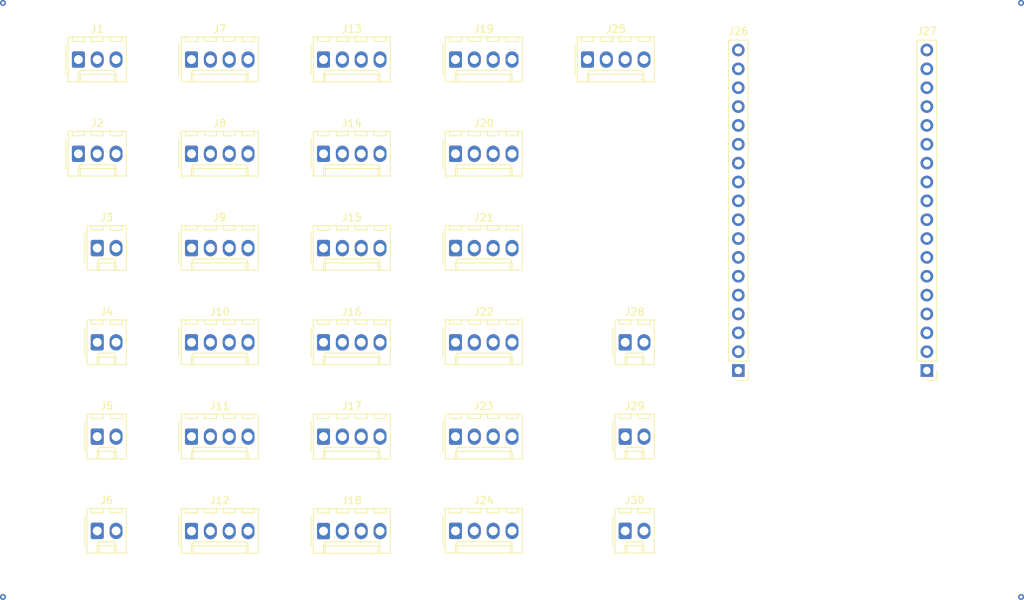
<source format=kicad_pcb>
(kicad_pcb (version 20211014) (generator pcbnew)
  (layers (0 "F.Cu" signal) (31 "B.Cu" signal) (34 "B.Paste" user) (35 "F.Paste" user) (36 "B.SilkS" user "B.Silkscreen") (37 "F.SilkS" user "F.Silkscreen") (38 "B.Mask" user) (39 "F.Mask" user) (44 "Edge.Cuts" user))
  (net 0 "")
  (net 1 "Net-(J1-Pad3)")
  (net 2 "Net-(J1-Pad2)")
  (net 3 "Net-(J1-Pad1)")
  (net 4 "Net-(J2-Pad1)")
  (net 5 "Net-(J2-Pad2)")
  (net 6 "Net-(J2-Pad3)")
  (net 7 "Net-(J3-Pad2)")
  (net 8 "Net-(J3-Pad1)")
  (net 9 "Net-(J4-Pad1)")
  (net 10 "Net-(J4-Pad2)")
  (net 11 "Net-(J5-Pad2)")
  (net 12 "Net-(J5-Pad1)")
  (net 13 "Net-(J6-Pad1)")
  (net 14 "Net-(J6-Pad2)")
  (net 15 "Net-(J7-Pad1)")
  (net 16 "Net-(J7-Pad2)")
  (net 17 "Net-(J7-Pad3)")
  (net 18 "Net-(J7-Pad4)")
  (net 19 "Net-(J8-Pad4)")
  (net 20 "Net-(J8-Pad3)")
  (net 21 "Net-(J8-Pad2)")
  (net 22 "Net-(J8-Pad1)")
  (net 23 "Net-(J9-Pad1)")
  (net 24 "Net-(J9-Pad2)")
  (net 25 "Net-(J9-Pad3)")
  (net 26 "Net-(J9-Pad4)")
  (net 27 "Net-(J10-Pad1)")
  (net 28 "Net-(J10-Pad2)")
  (net 29 "Net-(J10-Pad3)")
  (net 30 "Net-(J10-Pad4)")
  (net 31 "Net-(J11-Pad1)")
  (net 32 "Net-(J11-Pad2)")
  (net 33 "Net-(J11-Pad3)")
  (net 34 "Net-(J11-Pad4)")
  (net 35 "Net-(J12-Pad4)")
  (net 36 "Net-(J12-Pad3)")
  (net 37 "Net-(J12-Pad2)")
  (net 38 "Net-(J12-Pad1)")
  (net 39 "Net-(J13-Pad1)")
  (net 40 "Net-(J13-Pad2)")
  (net 41 "Net-(J13-Pad3)")
  (net 42 "Net-(J13-Pad4)")
  (net 43 "Net-(J14-Pad4)")
  (net 44 "Net-(J14-Pad3)")
  (net 45 "Net-(J14-Pad2)")
  (net 46 "Net-(J14-Pad1)")
  (net 47 "Net-(J15-Pad1)")
  (net 48 "Net-(J15-Pad2)")
  (net 49 "Net-(J15-Pad3)")
  (net 50 "Net-(J15-Pad4)")
  (net 51 "Net-(J16-Pad4)")
  (net 52 "Net-(J16-Pad3)")
  (net 53 "Net-(J16-Pad2)")
  (net 54 "Net-(J16-Pad1)")
  (net 55 "Net-(J17-Pad4)")
  (net 56 "Net-(J17-Pad3)")
  (net 57 "Net-(J17-Pad2)")
  (net 58 "Net-(J17-Pad1)")
  (net 59 "Net-(J18-Pad1)")
  (net 60 "Net-(J18-Pad2)")
  (net 61 "Net-(J18-Pad3)")
  (net 62 "Net-(J18-Pad4)")
  (net 63 "Net-(J19-Pad4)")
  (net 64 "Net-(J19-Pad3)")
  (net 65 "Net-(J19-Pad2)")
  (net 66 "Net-(J19-Pad1)")
  (net 67 "Net-(J20-Pad1)")
  (net 68 "Net-(J20-Pad2)")
  (net 69 "Net-(J20-Pad3)")
  (net 70 "Net-(J20-Pad4)")
  (net 71 "Net-(J21-Pad1)")
  (net 72 "Net-(J21-Pad2)")
  (net 73 "Net-(J21-Pad3)")
  (net 74 "Net-(J21-Pad4)")
  (net 75 "Net-(J22-Pad4)")
  (net 76 "Net-(J22-Pad3)")
  (net 77 "Net-(J22-Pad2)")
  (net 78 "Net-(J22-Pad1)")
  (net 79 "Net-(J23-Pad1)")
  (net 80 "Net-(J23-Pad2)")
  (net 81 "Net-(J23-Pad3)")
  (net 82 "Net-(J23-Pad4)")
  (net 83 "Net-(J24-Pad4)")
  (net 84 "Net-(J24-Pad3)")
  (net 85 "Net-(J24-Pad2)")
  (net 86 "Net-(J24-Pad1)")
  (net 87 "Net-(J25-Pad4)")
  (net 88 "Net-(J25-Pad3)")
  (net 89 "Net-(J25-Pad2)")
  (net 90 "Net-(J25-Pad1)")
  (net 91 "Net-(J26-Pad18)")
  (net 92 "Net-(J26-Pad17)")
  (net 93 "Net-(J26-Pad16)")
  (net 94 "Net-(J26-Pad15)")
  (net 95 "Net-(J26-Pad14)")
  (net 96 "Net-(J26-Pad13)")
  (net 97 "Net-(J26-Pad12)")
  (net 98 "Net-(J26-Pad11)")
  (net 99 "Net-(J26-Pad10)")
  (net 100 "Net-(J26-Pad9)")
  (net 101 "Net-(J26-Pad8)")
  (net 102 "Net-(J26-Pad7)")
  (net 103 "Net-(J26-Pad6)")
  (net 104 "Net-(J26-Pad5)")
  (net 105 "Net-(J26-Pad4)")
  (net 106 "Net-(J26-Pad3)")
  (net 107 "Net-(J26-Pad2)")
  (net 108 "Net-(J26-Pad1)")
  (net 109 "Net-(J27-Pad1)")
  (net 110 "Net-(J27-Pad2)")
  (net 111 "Net-(J27-Pad3)")
  (net 112 "Net-(J27-Pad4)")
  (net 113 "Net-(J27-Pad5)")
  (net 114 "Net-(J27-Pad6)")
  (net 115 "Net-(J27-Pad7)")
  (net 116 "Net-(J27-Pad8)")
  (net 117 "Net-(J27-Pad9)")
  (net 118 "Net-(J27-Pad10)")
  (net 119 "Net-(J27-Pad11)")
  (net 120 "Net-(J27-Pad12)")
  (net 121 "Net-(J27-Pad13)")
  (net 122 "Net-(J27-Pad14)")
  (net 123 "Net-(J27-Pad15)")
  (net 124 "Net-(J27-Pad16)")
  (net 125 "Net-(J27-Pad17)")
  (net 126 "Net-(J27-Pad18)")
  (net 127 "Net-(J28-Pad1)")
  (net 128 "Net-(J28-Pad2)")
  (net 129 "Net-(J29-Pad2)")
  (net 130 "Net-(J29-Pad1)")
  (net 131 "Net-(J30-Pad1)")
  (net 132 "Net-(J30-Pad2)")
  (footprint "Connector_Molex:Molex_KK-254_AE-6410-03A_1x03_P2.54mm_Vertical" (layer "F.Cu") (at 86.36 46.99)
    (fp_text reference "J1" (at 2.54 -4.12) (layer "F.SilkS"))
    (fp_text value "Conn_01x03_Male")
    (pad "1" thru_hole roundrect locked (at 0 0) (size 1.74 2.2) (drill 1.2) (layers *.Cu *.Mask) (roundrect_rratio 0.143678) (net 3 "Net-(J1-Pad1)"))
    (pad "2" thru_hole oval locked (at 2.54 0) (size 1.74 2.2) (drill 1.2) (layers *.Cu *.Mask) (net 2 "Net-(J1-Pad2)"))
    (pad "3" thru_hole oval locked (at 5.08 0) (size 1.74 2.2) (drill 1.2) (layers *.Cu *.Mask) (net 1 "Net-(J1-Pad3)"))
  )
  (footprint "Connector_Molex:Molex_KK-254_AE-6410-03A_1x03_P2.54mm_Vertical" (layer "F.Cu") (at 86.36 59.69)
    (fp_text reference "J2" (at 2.54 -4.12) (layer "F.SilkS"))
    (fp_text value "Conn_01x03_Male")
    (pad "1" thru_hole roundrect locked (at 0 0) (size 1.74 2.2) (drill 1.2) (layers *.Cu *.Mask) (roundrect_rratio 0.143678) (net 4 "Net-(J2-Pad1)"))
    (pad "2" thru_hole oval locked (at 2.54 0) (size 1.74 2.2) (drill 1.2) (layers *.Cu *.Mask) (net 5 "Net-(J2-Pad2)"))
    (pad "3" thru_hole oval locked (at 5.08 0) (size 1.74 2.2) (drill 1.2) (layers *.Cu *.Mask) (net 6 "Net-(J2-Pad3)"))
  )
  (footprint "Connector_Molex:Molex_KK-254_AE-6410-02A_1x02_P2.54mm_Vertical" (layer "F.Cu") (at 88.9 72.39)
    (fp_text reference "J3" (at 1.27 -4.12) (layer "F.SilkS"))
    (fp_text value "Conn_01x02_Male")
    (pad "1" thru_hole roundrect locked (at 0 0) (size 1.74 2.2) (drill 1.2) (layers *.Cu *.Mask) (roundrect_rratio 0.143678) (net 8 "Net-(J3-Pad1)"))
    (pad "2" thru_hole oval locked (at 2.54 0) (size 1.74 2.2) (drill 1.2) (layers *.Cu *.Mask) (net 7 "Net-(J3-Pad2)"))
  )
  (footprint "Connector_Molex:Molex_KK-254_AE-6410-02A_1x02_P2.54mm_Vertical" (layer "F.Cu") (at 88.9 85.09)
    (fp_text reference "J4" (at 1.27 -4.12) (layer "F.SilkS"))
    (fp_text value "Conn_01x02_Male")
    (pad "1" thru_hole roundrect locked (at 0 0) (size 1.74 2.2) (drill 1.2) (layers *.Cu *.Mask) (roundrect_rratio 0.143678) (net 9 "Net-(J4-Pad1)"))
    (pad "2" thru_hole oval locked (at 2.54 0) (size 1.74 2.2) (drill 1.2) (layers *.Cu *.Mask) (net 10 "Net-(J4-Pad2)"))
  )
  (footprint "Connector_Molex:Molex_KK-254_AE-6410-02A_1x02_P2.54mm_Vertical" (layer "F.Cu") (at 88.9 97.79)
    (fp_text reference "J5" (at 1.27 -4.12) (layer "F.SilkS"))
    (fp_text value "Conn_01x02_Male")
    (pad "1" thru_hole roundrect locked (at 0 0) (size 1.74 2.2) (drill 1.2) (layers *.Cu *.Mask) (roundrect_rratio 0.143678) (net 12 "Net-(J5-Pad1)"))
    (pad "2" thru_hole oval locked (at 2.54 0) (size 1.74 2.2) (drill 1.2) (layers *.Cu *.Mask) (net 11 "Net-(J5-Pad2)"))
  )
  (footprint "Connector_Molex:Molex_KK-254_AE-6410-02A_1x02_P2.54mm_Vertical" (layer "F.Cu") (at 88.9 110.49)
    (fp_text reference "J6" (at 1.27 -4.12) (layer "F.SilkS"))
    (fp_text value "Conn_01x02_Male")
    (pad "1" thru_hole roundrect locked (at 0 0) (size 1.74 2.2) (drill 1.2) (layers *.Cu *.Mask) (roundrect_rratio 0.143678) (net 13 "Net-(J6-Pad1)"))
    (pad "2" thru_hole oval locked (at 2.54 0) (size 1.74 2.2) (drill 1.2) (layers *.Cu *.Mask) (net 14 "Net-(J6-Pad2)"))
  )
  (footprint "Connector_Molex:Molex_KK-254_AE-6410-04A_1x04_P2.54mm_Vertical" (layer "F.Cu") (at 101.6 46.99)
    (fp_text reference "J7" (at 3.81 -4.12) (layer "F.SilkS"))
    (fp_text value "Conn_01x04_Male")
    (pad "1" thru_hole roundrect locked (at 0 0) (size 1.74 2.2) (drill 1.2) (layers *.Cu *.Mask) (roundrect_rratio 0.143678) (net 15 "Net-(J7-Pad1)"))
    (pad "2" thru_hole oval locked (at 2.54 0) (size 1.74 2.2) (drill 1.2) (layers *.Cu *.Mask) (net 16 "Net-(J7-Pad2)"))
    (pad "3" thru_hole oval locked (at 5.08 0) (size 1.74 2.2) (drill 1.2) (layers *.Cu *.Mask) (net 17 "Net-(J7-Pad3)"))
    (pad "4" thru_hole oval locked (at 7.62 0) (size 1.74 2.2) (drill 1.2) (layers *.Cu *.Mask) (net 18 "Net-(J7-Pad4)"))
  )
  (footprint "Connector_Molex:Molex_KK-254_AE-6410-04A_1x04_P2.54mm_Vertical" (layer "F.Cu") (at 101.6 59.69)
    (fp_text reference "J8" (at 3.81 -4.12) (layer "F.SilkS"))
    (fp_text value "Conn_01x04_Male")
    (pad "1" thru_hole roundrect locked (at 0 0) (size 1.74 2.2) (drill 1.2) (layers *.Cu *.Mask) (roundrect_rratio 0.143678) (net 22 "Net-(J8-Pad1)"))
    (pad "2" thru_hole oval locked (at 2.54 0) (size 1.74 2.2) (drill 1.2) (layers *.Cu *.Mask) (net 21 "Net-(J8-Pad2)"))
    (pad "3" thru_hole oval locked (at 5.08 0) (size 1.74 2.2) (drill 1.2) (layers *.Cu *.Mask) (net 20 "Net-(J8-Pad3)"))
    (pad "4" thru_hole oval locked (at 7.62 0) (size 1.74 2.2) (drill 1.2) (layers *.Cu *.Mask) (net 19 "Net-(J8-Pad4)"))
  )
  (footprint "Connector_Molex:Molex_KK-254_AE-6410-04A_1x04_P2.54mm_Vertical" (layer "F.Cu") (at 101.6 72.39)
    (fp_text reference "J9" (at 3.81 -4.12) (layer "F.SilkS"))
    (fp_text value "Conn_01x04_Male")
    (pad "1" thru_hole roundrect locked (at 0 0) (size 1.74 2.2) (drill 1.2) (layers *.Cu *.Mask) (roundrect_rratio 0.143678) (net 23 "Net-(J9-Pad1)"))
    (pad "2" thru_hole oval locked (at 2.54 0) (size 1.74 2.2) (drill 1.2) (layers *.Cu *.Mask) (net 24 "Net-(J9-Pad2)"))
    (pad "3" thru_hole oval locked (at 5.08 0) (size 1.74 2.2) (drill 1.2) (layers *.Cu *.Mask) (net 25 "Net-(J9-Pad3)"))
    (pad "4" thru_hole oval locked (at 7.62 0) (size 1.74 2.2) (drill 1.2) (layers *.Cu *.Mask) (net 26 "Net-(J9-Pad4)"))
  )
  (footprint "Connector_Molex:Molex_KK-254_AE-6410-04A_1x04_P2.54mm_Vertical" (layer "F.Cu") (at 101.6 85.09)
    (fp_text reference "J10" (at 3.81 -4.12) (layer "F.SilkS"))
    (fp_text value "Conn_01x04_Male")
    (pad "1" thru_hole roundrect locked (at 0 0) (size 1.74 2.2) (drill 1.2) (layers *.Cu *.Mask) (roundrect_rratio 0.143678) (net 27 "Net-(J10-Pad1)"))
    (pad "2" thru_hole oval locked (at 2.54 0) (size 1.74 2.2) (drill 1.2) (layers *.Cu *.Mask) (net 28 "Net-(J10-Pad2)"))
    (pad "3" thru_hole oval locked (at 5.08 0) (size 1.74 2.2) (drill 1.2) (layers *.Cu *.Mask) (net 29 "Net-(J10-Pad3)"))
    (pad "4" thru_hole oval locked (at 7.62 0) (size 1.74 2.2) (drill 1.2) (layers *.Cu *.Mask) (net 30 "Net-(J10-Pad4)"))
  )
  (footprint "Connector_Molex:Molex_KK-254_AE-6410-04A_1x04_P2.54mm_Vertical" (layer "F.Cu") (at 101.6 97.79)
    (fp_text reference "J11" (at 3.81 -4.12) (layer "F.SilkS"))
    (fp_text value "Conn_01x04_Male")
    (pad "1" thru_hole roundrect locked (at 0 0) (size 1.74 2.2) (drill 1.2) (layers *.Cu *.Mask) (roundrect_rratio 0.143678) (net 31 "Net-(J11-Pad1)"))
    (pad "2" thru_hole oval locked (at 2.54 0) (size 1.74 2.2) (drill 1.2) (layers *.Cu *.Mask) (net 32 "Net-(J11-Pad2)"))
    (pad "3" thru_hole oval locked (at 5.08 0) (size 1.74 2.2) (drill 1.2) (layers *.Cu *.Mask) (net 33 "Net-(J11-Pad3)"))
    (pad "4" thru_hole oval locked (at 7.62 0) (size 1.74 2.2) (drill 1.2) (layers *.Cu *.Mask) (net 34 "Net-(J11-Pad4)"))
  )
  (footprint "Connector_Molex:Molex_KK-254_AE-6410-04A_1x04_P2.54mm_Vertical" (layer "F.Cu") (at 101.6 110.51)
    (fp_text reference "J12" (at 3.81 -4.12) (layer "F.SilkS"))
    (fp_text value "Conn_01x04_Male")
    (pad "1" thru_hole roundrect locked (at 0 0) (size 1.74 2.2) (drill 1.2) (layers *.Cu *.Mask) (roundrect_rratio 0.143678) (net 38 "Net-(J12-Pad1)"))
    (pad "2" thru_hole oval locked (at 2.54 0) (size 1.74 2.2) (drill 1.2) (layers *.Cu *.Mask) (net 37 "Net-(J12-Pad2)"))
    (pad "3" thru_hole oval locked (at 5.08 0) (size 1.74 2.2) (drill 1.2) (layers *.Cu *.Mask) (net 36 "Net-(J12-Pad3)"))
    (pad "4" thru_hole oval locked (at 7.62 0) (size 1.74 2.2) (drill 1.2) (layers *.Cu *.Mask) (net 35 "Net-(J12-Pad4)"))
  )
  (footprint "Connector_Molex:Molex_KK-254_AE-6410-04A_1x04_P2.54mm_Vertical" (layer "F.Cu") (at 119.38 46.99)
    (fp_text reference "J13" (at 3.81 -4.12) (layer "F.SilkS"))
    (fp_text value "Conn_01x04_Male")
    (pad "1" thru_hole roundrect locked (at 0 0) (size 1.74 2.2) (drill 1.2) (layers *.Cu *.Mask) (roundrect_rratio 0.143678) (net 39 "Net-(J13-Pad1)"))
    (pad "2" thru_hole oval locked (at 2.54 0) (size 1.74 2.2) (drill 1.2) (layers *.Cu *.Mask) (net 40 "Net-(J13-Pad2)"))
    (pad "3" thru_hole oval locked (at 5.08 0) (size 1.74 2.2) (drill 1.2) (layers *.Cu *.Mask) (net 41 "Net-(J13-Pad3)"))
    (pad "4" thru_hole oval locked (at 7.62 0) (size 1.74 2.2) (drill 1.2) (layers *.Cu *.Mask) (net 42 "Net-(J13-Pad4)"))
  )
  (footprint "Connector_Molex:Molex_KK-254_AE-6410-04A_1x04_P2.54mm_Vertical" (layer "F.Cu") (at 119.38 59.69)
    (fp_text reference "J14" (at 3.81 -4.12) (layer "F.SilkS"))
    (fp_text value "Conn_01x04_Male")
    (pad "1" thru_hole roundrect locked (at 0 0) (size 1.74 2.2) (drill 1.2) (layers *.Cu *.Mask) (roundrect_rratio 0.143678) (net 46 "Net-(J14-Pad1)"))
    (pad "2" thru_hole oval locked (at 2.54 0) (size 1.74 2.2) (drill 1.2) (layers *.Cu *.Mask) (net 45 "Net-(J14-Pad2)"))
    (pad "3" thru_hole oval locked (at 5.08 0) (size 1.74 2.2) (drill 1.2) (layers *.Cu *.Mask) (net 44 "Net-(J14-Pad3)"))
    (pad "4" thru_hole oval locked (at 7.62 0) (size 1.74 2.2) (drill 1.2) (layers *.Cu *.Mask) (net 43 "Net-(J14-Pad4)"))
  )
  (footprint "Connector_Molex:Molex_KK-254_AE-6410-04A_1x04_P2.54mm_Vertical" (layer "F.Cu") (at 119.38 72.39)
    (fp_text reference "J15" (at 3.81 -4.12) (layer "F.SilkS"))
    (fp_text value "Conn_01x04_Male")
    (pad "1" thru_hole roundrect locked (at 0 0) (size 1.74 2.2) (drill 1.2) (layers *.Cu *.Mask) (roundrect_rratio 0.143678) (net 47 "Net-(J15-Pad1)"))
    (pad "2" thru_hole oval locked (at 2.54 0) (size 1.74 2.2) (drill 1.2) (layers *.Cu *.Mask) (net 48 "Net-(J15-Pad2)"))
    (pad "3" thru_hole oval locked (at 5.08 0) (size 1.74 2.2) (drill 1.2) (layers *.Cu *.Mask) (net 49 "Net-(J15-Pad3)"))
    (pad "4" thru_hole oval locked (at 7.62 0) (size 1.74 2.2) (drill 1.2) (layers *.Cu *.Mask) (net 50 "Net-(J15-Pad4)"))
  )
  (footprint "Connector_Molex:Molex_KK-254_AE-6410-04A_1x04_P2.54mm_Vertical" (layer "F.Cu") (at 119.38 85.09)
    (fp_text reference "J16" (at 3.81 -4.12) (layer "F.SilkS"))
    (fp_text value "Conn_01x04_Male")
    (pad "1" thru_hole roundrect locked (at 0 0) (size 1.74 2.2) (drill 1.2) (layers *.Cu *.Mask) (roundrect_rratio 0.143678) (net 54 "Net-(J16-Pad1)"))
    (pad "2" thru_hole oval locked (at 2.54 0) (size 1.74 2.2) (drill 1.2) (layers *.Cu *.Mask) (net 53 "Net-(J16-Pad2)"))
    (pad "3" thru_hole oval locked (at 5.08 0) (size 1.74 2.2) (drill 1.2) (layers *.Cu *.Mask) (net 52 "Net-(J16-Pad3)"))
    (pad "4" thru_hole oval locked (at 7.62 0) (size 1.74 2.2) (drill 1.2) (layers *.Cu *.Mask) (net 51 "Net-(J16-Pad4)"))
  )
  (footprint "Connector_Molex:Molex_KK-254_AE-6410-04A_1x04_P2.54mm_Vertical" (layer "F.Cu") (at 119.38 97.79)
    (fp_text reference "J17" (at 3.81 -4.12) (layer "F.SilkS"))
    (fp_text value "Conn_01x04_Male")
    (pad "1" thru_hole roundrect locked (at 0 0) (size 1.74 2.2) (drill 1.2) (layers *.Cu *.Mask) (roundrect_rratio 0.143678) (net 58 "Net-(J17-Pad1)"))
    (pad "2" thru_hole oval locked (at 2.54 0) (size 1.74 2.2) (drill 1.2) (layers *.Cu *.Mask) (net 57 "Net-(J17-Pad2)"))
    (pad "3" thru_hole oval locked (at 5.08 0) (size 1.74 2.2) (drill 1.2) (layers *.Cu *.Mask) (net 56 "Net-(J17-Pad3)"))
    (pad "4" thru_hole oval locked (at 7.62 0) (size 1.74 2.2) (drill 1.2) (layers *.Cu *.Mask) (net 55 "Net-(J17-Pad4)"))
  )
  (footprint "Connector_Molex:Molex_KK-254_AE-6410-04A_1x04_P2.54mm_Vertical" (layer "F.Cu") (at 119.38 110.51)
    (fp_text reference "J18" (at 3.81 -4.12) (layer "F.SilkS"))
    (fp_text value "Conn_01x04_Male")
    (pad "1" thru_hole roundrect locked (at 0 0) (size 1.74 2.2) (drill 1.2) (layers *.Cu *.Mask) (roundrect_rratio 0.143678) (net 59 "Net-(J18-Pad1)"))
    (pad "2" thru_hole oval locked (at 2.54 0) (size 1.74 2.2) (drill 1.2) (layers *.Cu *.Mask) (net 60 "Net-(J18-Pad2)"))
    (pad "3" thru_hole oval locked (at 5.08 0) (size 1.74 2.2) (drill 1.2) (layers *.Cu *.Mask) (net 61 "Net-(J18-Pad3)"))
    (pad "4" thru_hole oval locked (at 7.62 0) (size 1.74 2.2) (drill 1.2) (layers *.Cu *.Mask) (net 62 "Net-(J18-Pad4)"))
  )
  (footprint "Connector_Molex:Molex_KK-254_AE-6410-04A_1x04_P2.54mm_Vertical" (layer "F.Cu") (at 137.16 46.99)
    (fp_text reference "J19" (at 3.81 -4.12) (layer "F.SilkS"))
    (fp_text value "Conn_01x04_Male")
    (pad "1" thru_hole roundrect locked (at 0 0) (size 1.74 2.2) (drill 1.2) (layers *.Cu *.Mask) (roundrect_rratio 0.143678) (net 66 "Net-(J19-Pad1)"))
    (pad "2" thru_hole oval locked (at 2.54 0) (size 1.74 2.2) (drill 1.2) (layers *.Cu *.Mask) (net 65 "Net-(J19-Pad2)"))
    (pad "3" thru_hole oval locked (at 5.08 0) (size 1.74 2.2) (drill 1.2) (layers *.Cu *.Mask) (net 64 "Net-(J19-Pad3)"))
    (pad "4" thru_hole oval locked (at 7.62 0) (size 1.74 2.2) (drill 1.2) (layers *.Cu *.Mask) (net 63 "Net-(J19-Pad4)"))
  )
  (footprint "Connector_Molex:Molex_KK-254_AE-6410-04A_1x04_P2.54mm_Vertical" (layer "F.Cu") (at 137.16 59.69)
    (fp_text reference "J20" (at 3.81 -4.12) (layer "F.SilkS"))
    (fp_text value "Conn_01x04_Male")
    (pad "1" thru_hole roundrect locked (at 0 0) (size 1.74 2.2) (drill 1.2) (layers *.Cu *.Mask) (roundrect_rratio 0.143678) (net 67 "Net-(J20-Pad1)"))
    (pad "2" thru_hole oval locked (at 2.54 0) (size 1.74 2.2) (drill 1.2) (layers *.Cu *.Mask) (net 68 "Net-(J20-Pad2)"))
    (pad "3" thru_hole oval locked (at 5.08 0) (size 1.74 2.2) (drill 1.2) (layers *.Cu *.Mask) (net 69 "Net-(J20-Pad3)"))
    (pad "4" thru_hole oval locked (at 7.62 0) (size 1.74 2.2) (drill 1.2) (layers *.Cu *.Mask) (net 70 "Net-(J20-Pad4)"))
  )
  (footprint "Connector_Molex:Molex_KK-254_AE-6410-04A_1x04_P2.54mm_Vertical" (layer "F.Cu") (at 137.16 72.39)
    (fp_text reference "J21" (at 3.81 -4.12) (layer "F.SilkS"))
    (fp_text value "Conn_01x04_Male")
    (pad "1" thru_hole roundrect locked (at 0 0) (size 1.74 2.2) (drill 1.2) (layers *.Cu *.Mask) (roundrect_rratio 0.143678) (net 71 "Net-(J21-Pad1)"))
    (pad "2" thru_hole oval locked (at 2.54 0) (size 1.74 2.2) (drill 1.2) (layers *.Cu *.Mask) (net 72 "Net-(J21-Pad2)"))
    (pad "3" thru_hole oval locked (at 5.08 0) (size 1.74 2.2) (drill 1.2) (layers *.Cu *.Mask) (net 73 "Net-(J21-Pad3)"))
    (pad "4" thru_hole oval locked (at 7.62 0) (size 1.74 2.2) (drill 1.2) (layers *.Cu *.Mask) (net 74 "Net-(J21-Pad4)"))
  )
  (footprint "Connector_Molex:Molex_KK-254_AE-6410-04A_1x04_P2.54mm_Vertical" (layer "F.Cu") (at 137.16 85.09)
    (fp_text reference "J22" (at 3.81 -4.12) (layer "F.SilkS"))
    (fp_text value "Conn_01x04_Male")
    (pad "1" thru_hole roundrect locked (at 0 0) (size 1.74 2.2) (drill 1.2) (layers *.Cu *.Mask) (roundrect_rratio 0.143678) (net 78 "Net-(J22-Pad1)"))
    (pad "2" thru_hole oval locked (at 2.54 0) (size 1.74 2.2) (drill 1.2) (layers *.Cu *.Mask) (net 77 "Net-(J22-Pad2)"))
    (pad "3" thru_hole oval locked (at 5.08 0) (size 1.74 2.2) (drill 1.2) (layers *.Cu *.Mask) (net 76 "Net-(J22-Pad3)"))
    (pad "4" thru_hole oval locked (at 7.62 0) (size 1.74 2.2) (drill 1.2) (layers *.Cu *.Mask) (net 75 "Net-(J22-Pad4)"))
  )
  (footprint "Connector_Molex:Molex_KK-254_AE-6410-04A_1x04_P2.54mm_Vertical" (layer "F.Cu") (at 137.16 97.79)
    (fp_text reference "J23" (at 3.81 -4.12) (layer "F.SilkS"))
    (fp_text value "Conn_01x04_Male")
    (pad "1" thru_hole roundrect locked (at 0 0) (size 1.74 2.2) (drill 1.2) (layers *.Cu *.Mask) (roundrect_rratio 0.143678) (net 79 "Net-(J23-Pad1)"))
    (pad "2" thru_hole oval locked (at 2.54 0) (size 1.74 2.2) (drill 1.2) (layers *.Cu *.Mask) (net 80 "Net-(J23-Pad2)"))
    (pad "3" thru_hole oval locked (at 5.08 0) (size 1.74 2.2) (drill 1.2) (layers *.Cu *.Mask) (net 81 "Net-(J23-Pad3)"))
    (pad "4" thru_hole oval locked (at 7.62 0) (size 1.74 2.2) (drill 1.2) (layers *.Cu *.Mask) (net 82 "Net-(J23-Pad4)"))
  )
  (footprint "Connector_Molex:Molex_KK-254_AE-6410-04A_1x04_P2.54mm_Vertical" (layer "F.Cu") (at 137.16 110.49)
    (fp_text reference "J24" (at 3.81 -4.12) (layer "F.SilkS"))
    (fp_text value "Conn_01x04_Male")
    (pad "1" thru_hole roundrect locked (at 0 0) (size 1.74 2.2) (drill 1.2) (layers *.Cu *.Mask) (roundrect_rratio 0.143678) (net 86 "Net-(J24-Pad1)"))
    (pad "2" thru_hole oval locked (at 2.54 0) (size 1.74 2.2) (drill 1.2) (layers *.Cu *.Mask) (net 85 "Net-(J24-Pad2)"))
    (pad "3" thru_hole oval locked (at 5.08 0) (size 1.74 2.2) (drill 1.2) (layers *.Cu *.Mask) (net 84 "Net-(J24-Pad3)"))
    (pad "4" thru_hole oval locked (at 7.62 0) (size 1.74 2.2) (drill 1.2) (layers *.Cu *.Mask) (net 83 "Net-(J24-Pad4)"))
  )
  (footprint "Connector_Molex:Molex_KK-254_AE-6410-04A_1x04_P2.54mm_Vertical" (layer "F.Cu") (at 154.94 46.99)
    (fp_text reference "J25" (at 3.81 -4.12) (layer "F.SilkS"))
    (fp_text value "Conn_01x04_Male")
    (pad "1" thru_hole roundrect locked (at 0 0) (size 1.74 2.2) (drill 1.2) (layers *.Cu *.Mask) (roundrect_rratio 0.143678) (net 90 "Net-(J25-Pad1)"))
    (pad "2" thru_hole oval locked (at 2.54 0) (size 1.74 2.2) (drill 1.2) (layers *.Cu *.Mask) (net 89 "Net-(J25-Pad2)"))
    (pad "3" thru_hole oval locked (at 5.08 0) (size 1.74 2.2) (drill 1.2) (layers *.Cu *.Mask) (net 88 "Net-(J25-Pad3)"))
    (pad "4" thru_hole oval locked (at 7.62 0) (size 1.74 2.2) (drill 1.2) (layers *.Cu *.Mask) (net 87 "Net-(J25-Pad4)"))
  )
  (footprint "Connector_PinHeader_2.54mm:PinHeader_1x18_P2.54mm_Vertical" (layer "F.Cu") (at 175.26 88.885 180)
    (fp_text reference "J26" (at 0 45.705 180) (layer "F.SilkS"))
    (fp_text value "Conn_01x18_Female")
    (pad "1" thru_hole rect locked (at 0 0 180) (size 1.7 1.7) (drill 1) (layers *.Cu *.Mask) (net 108 "Net-(J26-Pad1)"))
    (pad "2" thru_hole oval locked (at 0 2.54 180) (size 1.7 1.7) (drill 1) (layers *.Cu *.Mask) (net 107 "Net-(J26-Pad2)"))
    (pad "3" thru_hole oval locked (at 0 5.08 180) (size 1.7 1.7) (drill 1) (layers *.Cu *.Mask) (net 106 "Net-(J26-Pad3)"))
    (pad "4" thru_hole oval locked (at 0 7.62 180) (size 1.7 1.7) (drill 1) (layers *.Cu *.Mask) (net 105 "Net-(J26-Pad4)"))
    (pad "5" thru_hole oval locked (at 0 10.16 180) (size 1.7 1.7) (drill 1) (layers *.Cu *.Mask) (net 104 "Net-(J26-Pad5)"))
    (pad "6" thru_hole oval locked (at 0 12.7 180) (size 1.7 1.7) (drill 1) (layers *.Cu *.Mask) (net 103 "Net-(J26-Pad6)"))
    (pad "7" thru_hole oval locked (at 0 15.24 180) (size 1.7 1.7) (drill 1) (layers *.Cu *.Mask) (net 102 "Net-(J26-Pad7)"))
    (pad "8" thru_hole oval locked (at 0 17.78 180) (size 1.7 1.7) (drill 1) (layers *.Cu *.Mask) (net 101 "Net-(J26-Pad8)"))
    (pad "9" thru_hole oval locked (at 0 20.32 180) (size 1.7 1.7) (drill 1) (layers *.Cu *.Mask) (net 100 "Net-(J26-Pad9)"))
    (pad "10" thru_hole oval locked (at 0 22.86 180) (size 1.7 1.7) (drill 1) (layers *.Cu *.Mask) (net 99 "Net-(J26-Pad10)"))
    (pad "11" thru_hole oval locked (at 0 25.4 180) (size 1.7 1.7) (drill 1) (layers *.Cu *.Mask) (net 98 "Net-(J26-Pad11)"))
    (pad "12" thru_hole oval locked (at 0 27.94 180) (size 1.7 1.7) (drill 1) (layers *.Cu *.Mask) (net 97 "Net-(J26-Pad12)"))
    (pad "13" thru_hole oval locked (at 0 30.48 180) (size 1.7 1.7) (drill 1) (layers *.Cu *.Mask) (net 96 "Net-(J26-Pad13)"))
    (pad "14" thru_hole oval locked (at 0 33.02 180) (size 1.7 1.7) (drill 1) (layers *.Cu *.Mask) (net 95 "Net-(J26-Pad14)"))
    (pad "15" thru_hole oval locked (at 0 35.56 180) (size 1.7 1.7) (drill 1) (layers *.Cu *.Mask) (net 94 "Net-(J26-Pad15)"))
    (pad "16" thru_hole oval locked (at 0 38.1 180) (size 1.7 1.7) (drill 1) (layers *.Cu *.Mask) (net 93 "Net-(J26-Pad16)"))
    (pad "17" thru_hole oval locked (at 0 40.64 180) (size 1.7 1.7) (drill 1) (layers *.Cu *.Mask) (net 92 "Net-(J26-Pad17)"))
    (pad "18" thru_hole oval locked (at 0 43.18 180) (size 1.7 1.7) (drill 1) (layers *.Cu *.Mask) (net 91 "Net-(J26-Pad18)"))
  )
  (footprint "Connector_PinHeader_2.54mm:PinHeader_1x18_P2.54mm_Vertical" (layer "F.Cu") (at 200.66 88.885 180)
    (fp_text reference "J27" (at 0 45.705 180) (layer "F.SilkS"))
    (fp_text value "Conn_01x18_Female")
    (pad "1" thru_hole rect locked (at 0 0 180) (size 1.7 1.7) (drill 1) (layers *.Cu *.Mask) (net 109 "Net-(J27-Pad1)"))
    (pad "2" thru_hole oval locked (at 0 2.54 180) (size 1.7 1.7) (drill 1) (layers *.Cu *.Mask) (net 110 "Net-(J27-Pad2)"))
    (pad "3" thru_hole oval locked (at 0 5.08 180) (size 1.7 1.7) (drill 1) (layers *.Cu *.Mask) (net 111 "Net-(J27-Pad3)"))
    (pad "4" thru_hole oval locked (at 0 7.62 180) (size 1.7 1.7) (drill 1) (layers *.Cu *.Mask) (net 112 "Net-(J27-Pad4)"))
    (pad "5" thru_hole oval locked (at 0 10.16 180) (size 1.7 1.7) (drill 1) (layers *.Cu *.Mask) (net 113 "Net-(J27-Pad5)"))
    (pad "6" thru_hole oval locked (at 0 12.7 180) (size 1.7 1.7) (drill 1) (layers *.Cu *.Mask) (net 114 "Net-(J27-Pad6)"))
    (pad "7" thru_hole oval locked (at 0 15.24 180) (size 1.7 1.7) (drill 1) (layers *.Cu *.Mask) (net 115 "Net-(J27-Pad7)"))
    (pad "8" thru_hole oval locked (at 0 17.78 180) (size 1.7 1.7) (drill 1) (layers *.Cu *.Mask) (net 116 "Net-(J27-Pad8)"))
    (pad "9" thru_hole oval locked (at 0 20.32 180) (size 1.7 1.7) (drill 1) (layers *.Cu *.Mask) (net 117 "Net-(J27-Pad9)"))
    (pad "10" thru_hole oval locked (at 0 22.86 180) (size 1.7 1.7) (drill 1) (layers *.Cu *.Mask) (net 118 "Net-(J27-Pad10)"))
    (pad "11" thru_hole oval locked (at 0 25.4 180) (size 1.7 1.7) (drill 1) (layers *.Cu *.Mask) (net 119 "Net-(J27-Pad11)"))
    (pad "12" thru_hole oval locked (at 0 27.94 180) (size 1.7 1.7) (drill 1) (layers *.Cu *.Mask) (net 120 "Net-(J27-Pad12)"))
    (pad "13" thru_hole oval locked (at 0 30.48 180) (size 1.7 1.7) (drill 1) (layers *.Cu *.Mask) (net 121 "Net-(J27-Pad13)"))
    (pad "14" thru_hole oval locked (at 0 33.02 180) (size 1.7 1.7) (drill 1) (layers *.Cu *.Mask) (net 122 "Net-(J27-Pad14)"))
    (pad "15" thru_hole oval locked (at 0 35.56 180) (size 1.7 1.7) (drill 1) (layers *.Cu *.Mask) (net 123 "Net-(J27-Pad15)"))
    (pad "16" thru_hole oval locked (at 0 38.1 180) (size 1.7 1.7) (drill 1) (layers *.Cu *.Mask) (net 124 "Net-(J27-Pad16)"))
    (pad "17" thru_hole oval locked (at 0 40.64 180) (size 1.7 1.7) (drill 1) (layers *.Cu *.Mask) (net 125 "Net-(J27-Pad17)"))
    (pad "18" thru_hole oval locked (at 0 43.18 180) (size 1.7 1.7) (drill 1) (layers *.Cu *.Mask) (net 126 "Net-(J27-Pad18)"))
  )
  (footprint "Connector_Molex:Molex_KK-254_AE-6410-02A_1x02_P2.54mm_Vertical" (layer "F.Cu") (at 160.02 85.09)
    (fp_text reference "J28" (at 1.27 -4.12) (layer "F.SilkS"))
    (fp_text value "Conn_01x02_Male")
    (pad "1" thru_hole roundrect locked (at 0 0) (size 1.74 2.2) (drill 1.2) (layers *.Cu *.Mask) (roundrect_rratio 0.143678) (net 127 "Net-(J28-Pad1)"))
    (pad "2" thru_hole oval locked (at 2.54 0) (size 1.74 2.2) (drill 1.2) (layers *.Cu *.Mask) (net 128 "Net-(J28-Pad2)"))
  )
  (footprint "Connector_Molex:Molex_KK-254_AE-6410-02A_1x02_P2.54mm_Vertical" (layer "F.Cu") (at 160.02 97.79)
    (fp_text reference "J29" (at 1.27 -4.12) (layer "F.SilkS"))
    (fp_text value "Conn_01x02_Male")
    (pad "1" thru_hole roundrect locked (at 0 0) (size 1.74 2.2) (drill 1.2) (layers *.Cu *.Mask) (roundrect_rratio 0.143678) (net 130 "Net-(J29-Pad1)"))
    (pad "2" thru_hole oval locked (at 2.54 0) (size 1.74 2.2) (drill 1.2) (layers *.Cu *.Mask) (net 129 "Net-(J29-Pad2)"))
  )
  (footprint "Connector_Molex:Molex_KK-254_AE-6410-02A_1x02_P2.54mm_Vertical" (layer "F.Cu") (at 160.02 110.49)
    (fp_text reference "J30" (at 1.27 -4.12) (layer "F.SilkS"))
    (fp_text value "Conn_01x02_Male")
    (pad "1" thru_hole roundrect locked (at 0 0) (size 1.74 2.2) (drill 1.2) (layers *.Cu *.Mask) (roundrect_rratio 0.143678) (net 131 "Net-(J30-Pad1)"))
    (pad "2" thru_hole oval locked (at 2.54 0) (size 1.74 2.2) (drill 1.2) (layers *.Cu *.Mask) (net 132 "Net-(J30-Pad2)"))
  )
  (via (at 213.36 39.37) (size 0.8) (drill 0.4) (layers "F.Cu" "B.Cu") (net 0))
  (via (at 213.36 119.38) (size 0.8) (drill 0.4) (layers "F.Cu" "B.Cu") (net 0))
  (via (at 76.2 39.37) (size 0.8) (drill 0.4) (layers "F.Cu" "B.Cu") (net 0))
  (via (at 76.2 119.38) (size 0.8) (drill 0.4) (layers "F.Cu" "B.Cu") (net 0))
)
</source>
